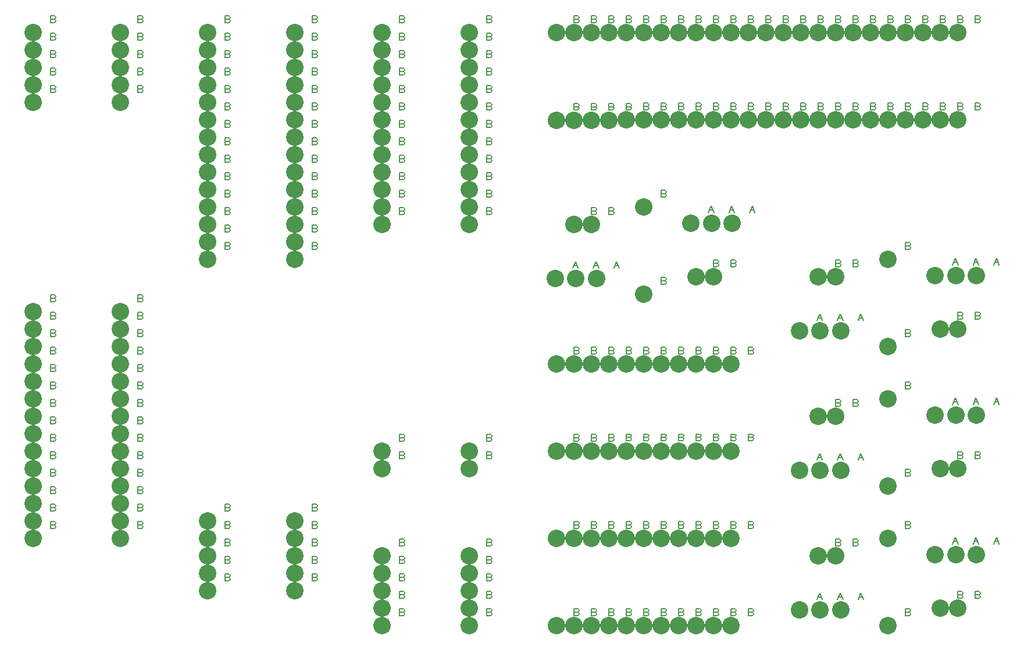
<source format=gbr>
G04 DesignSpark PCB Gerber Version 12.0 Build 5941*
G04 #@! TF.Part,Single*
G04 #@! TF.FileFunction,Drillmap*
G04 #@! TF.FilePolarity,Positive*
%FSLAX35Y35*%
%MOIN*%
%ADD17C,0.00500*%
G04 #@! TA.AperFunction,WasherPad*
%ADD16C,0.10000*%
G04 #@! TD.AperFunction*
X0Y0D02*
D02*
D16*
X20250Y70250D03*
Y80250D03*
Y90250D03*
Y100250D03*
Y110250D03*
Y120250D03*
Y130250D03*
Y140250D03*
Y150250D03*
Y160250D03*
Y170250D03*
Y180250D03*
Y190250D03*
Y200250D03*
Y320250D03*
Y330250D03*
Y340250D03*
Y350250D03*
Y360250D03*
X70250Y70250D03*
Y80250D03*
Y90250D03*
Y100250D03*
Y110250D03*
Y120250D03*
Y130250D03*
Y140250D03*
Y150250D03*
Y160250D03*
Y170250D03*
Y180250D03*
Y190250D03*
Y200250D03*
Y320250D03*
Y330250D03*
Y340250D03*
Y350250D03*
Y360250D03*
X120250Y40250D03*
Y50250D03*
Y60250D03*
Y70250D03*
Y80250D03*
Y230250D03*
Y240250D03*
Y250250D03*
Y260250D03*
Y270250D03*
Y280250D03*
Y290250D03*
Y300250D03*
Y310250D03*
Y320250D03*
Y330250D03*
Y340250D03*
Y350250D03*
Y360250D03*
X170250Y40250D03*
Y50250D03*
Y60250D03*
Y70250D03*
Y80250D03*
Y230250D03*
Y240250D03*
Y250250D03*
Y260250D03*
Y270250D03*
Y280250D03*
Y290250D03*
Y300250D03*
Y310250D03*
Y320250D03*
Y330250D03*
Y340250D03*
Y350250D03*
Y360250D03*
X220250Y20250D03*
Y30250D03*
Y40250D03*
Y50250D03*
Y60250D03*
Y110250D03*
Y120250D03*
Y250250D03*
Y260250D03*
Y270250D03*
Y280250D03*
Y290250D03*
Y300250D03*
Y310250D03*
Y320250D03*
Y330250D03*
Y340250D03*
Y350250D03*
Y360250D03*
X270250Y20250D03*
Y30250D03*
Y40250D03*
Y50250D03*
Y60250D03*
Y110250D03*
Y120250D03*
Y250250D03*
Y260250D03*
Y270250D03*
Y280250D03*
Y290250D03*
Y300250D03*
Y310250D03*
Y320250D03*
Y330250D03*
Y340250D03*
Y350250D03*
Y360250D03*
X319541Y219305D03*
X320250Y20250D03*
Y70250D03*
Y120250D03*
Y170250D03*
Y310015D03*
Y360250D03*
X330250Y20250D03*
Y70250D03*
Y120250D03*
Y170250D03*
Y250250D03*
Y310015D03*
Y360250D03*
X331352Y219305D03*
X340250Y20250D03*
Y70250D03*
Y120250D03*
Y170250D03*
Y250250D03*
Y310015D03*
Y360250D03*
X343163Y219305D03*
X350250Y20250D03*
Y70250D03*
Y120485D03*
Y170250D03*
Y310015D03*
Y360250D03*
X360250Y20250D03*
Y70250D03*
Y120485D03*
Y170250D03*
Y310250D03*
Y360250D03*
X370250Y20250D03*
Y70250D03*
Y120485D03*
Y170250D03*
Y210250D03*
Y260250D03*
Y310250D03*
Y360250D03*
X380250Y20250D03*
Y70250D03*
Y120485D03*
Y170250D03*
Y310250D03*
Y360250D03*
X390250Y20250D03*
Y70250D03*
Y120485D03*
Y170250D03*
Y310250D03*
Y360250D03*
X397337Y251195D03*
X400250Y20250D03*
Y70250D03*
Y120485D03*
Y170250D03*
Y220250D03*
Y310250D03*
Y360250D03*
X409148Y251195D03*
X410250Y20250D03*
Y70250D03*
Y120485D03*
Y170250D03*
Y220250D03*
Y310250D03*
Y360250D03*
X420250Y20250D03*
Y70250D03*
Y120485D03*
Y170250D03*
Y310250D03*
Y360250D03*
X420959Y251195D03*
X430250Y310250D03*
Y360250D03*
X440250Y310250D03*
Y360250D03*
X450250Y310250D03*
Y360250D03*
X459541Y29305D03*
Y109305D03*
Y189305D03*
X460250Y310250D03*
Y360250D03*
X470250Y60250D03*
Y140250D03*
Y220250D03*
Y310250D03*
Y360250D03*
X471352Y29305D03*
Y109305D03*
Y189305D03*
X480250Y60250D03*
Y140250D03*
Y220250D03*
Y310250D03*
Y360250D03*
X483163Y29305D03*
Y109305D03*
Y189305D03*
X490250Y310250D03*
Y360250D03*
X500250Y310250D03*
Y360250D03*
X510250Y20250D03*
Y70250D03*
Y100250D03*
Y150250D03*
Y180250D03*
Y230250D03*
Y310250D03*
Y360250D03*
X520250Y310250D03*
Y360250D03*
X530250Y310250D03*
Y360250D03*
X537337Y61195D03*
Y141195D03*
Y221195D03*
X540250Y30250D03*
Y110250D03*
Y190250D03*
Y310250D03*
Y360250D03*
X549148Y61195D03*
Y141195D03*
Y221195D03*
X550250Y30250D03*
Y110250D03*
Y190250D03*
Y310250D03*
Y360250D03*
X560959Y61195D03*
Y141195D03*
Y221195D03*
D02*
D17*
X32437Y78063D02*
X33063Y77750D01*
X33375Y77125D01*
X33063Y76500D01*
X32437Y76187D01*
X30250D01*
Y79937D01*
X32437D01*
X33063Y79625D01*
X33375Y79000D01*
X33063Y78375D01*
X32437Y78063D01*
X30250D01*
X32437Y88063D02*
X33063Y87750D01*
X33375Y87125D01*
X33063Y86500D01*
X32437Y86187D01*
X30250D01*
Y89937D01*
X32437D01*
X33063Y89625D01*
X33375Y89000D01*
X33063Y88375D01*
X32437Y88063D01*
X30250D01*
X32437Y98063D02*
X33063Y97750D01*
X33375Y97125D01*
X33063Y96500D01*
X32437Y96187D01*
X30250D01*
Y99937D01*
X32437D01*
X33063Y99625D01*
X33375Y99000D01*
X33063Y98375D01*
X32437Y98063D01*
X30250D01*
X32437Y108063D02*
X33063Y107750D01*
X33375Y107125D01*
X33063Y106500D01*
X32437Y106187D01*
X30250D01*
Y109937D01*
X32437D01*
X33063Y109625D01*
X33375Y109000D01*
X33063Y108375D01*
X32437Y108063D01*
X30250D01*
X32437Y118063D02*
X33063Y117750D01*
X33375Y117125D01*
X33063Y116500D01*
X32437Y116187D01*
X30250D01*
Y119937D01*
X32437D01*
X33063Y119625D01*
X33375Y119000D01*
X33063Y118375D01*
X32437Y118063D01*
X30250D01*
X32437Y128063D02*
X33063Y127750D01*
X33375Y127125D01*
X33063Y126500D01*
X32437Y126187D01*
X30250D01*
Y129937D01*
X32437D01*
X33063Y129625D01*
X33375Y129000D01*
X33063Y128375D01*
X32437Y128063D01*
X30250D01*
X32437Y138063D02*
X33063Y137750D01*
X33375Y137125D01*
X33063Y136500D01*
X32437Y136187D01*
X30250D01*
Y139937D01*
X32437D01*
X33063Y139625D01*
X33375Y139000D01*
X33063Y138375D01*
X32437Y138063D01*
X30250D01*
X32437Y148063D02*
X33063Y147750D01*
X33375Y147125D01*
X33063Y146500D01*
X32437Y146187D01*
X30250D01*
Y149937D01*
X32437D01*
X33063Y149625D01*
X33375Y149000D01*
X33063Y148375D01*
X32437Y148063D01*
X30250D01*
X32437Y158063D02*
X33063Y157750D01*
X33375Y157125D01*
X33063Y156500D01*
X32437Y156187D01*
X30250D01*
Y159937D01*
X32437D01*
X33063Y159625D01*
X33375Y159000D01*
X33063Y158375D01*
X32437Y158063D01*
X30250D01*
X32437Y168063D02*
X33063Y167750D01*
X33375Y167125D01*
X33063Y166500D01*
X32437Y166187D01*
X30250D01*
Y169937D01*
X32437D01*
X33063Y169625D01*
X33375Y169000D01*
X33063Y168375D01*
X32437Y168063D01*
X30250D01*
X32437Y178063D02*
X33063Y177750D01*
X33375Y177125D01*
X33063Y176500D01*
X32437Y176187D01*
X30250D01*
Y179937D01*
X32437D01*
X33063Y179625D01*
X33375Y179000D01*
X33063Y178375D01*
X32437Y178063D01*
X30250D01*
X32437Y188063D02*
X33063Y187750D01*
X33375Y187125D01*
X33063Y186500D01*
X32437Y186187D01*
X30250D01*
Y189937D01*
X32437D01*
X33063Y189625D01*
X33375Y189000D01*
X33063Y188375D01*
X32437Y188063D01*
X30250D01*
X32437Y198063D02*
X33063Y197750D01*
X33375Y197125D01*
X33063Y196500D01*
X32437Y196187D01*
X30250D01*
Y199937D01*
X32437D01*
X33063Y199625D01*
X33375Y199000D01*
X33063Y198375D01*
X32437Y198063D01*
X30250D01*
X32437Y208063D02*
X33063Y207750D01*
X33375Y207125D01*
X33063Y206500D01*
X32437Y206187D01*
X30250D01*
Y209937D01*
X32437D01*
X33063Y209625D01*
X33375Y209000D01*
X33063Y208375D01*
X32437Y208063D01*
X30250D01*
X32437Y328063D02*
X33063Y327750D01*
X33375Y327125D01*
X33063Y326500D01*
X32437Y326187D01*
X30250D01*
Y329937D01*
X32437D01*
X33063Y329625D01*
X33375Y329000D01*
X33063Y328375D01*
X32437Y328063D01*
X30250D01*
X32437Y338063D02*
X33063Y337750D01*
X33375Y337125D01*
X33063Y336500D01*
X32437Y336187D01*
X30250D01*
Y339937D01*
X32437D01*
X33063Y339625D01*
X33375Y339000D01*
X33063Y338375D01*
X32437Y338063D01*
X30250D01*
X32437Y348063D02*
X33063Y347750D01*
X33375Y347125D01*
X33063Y346500D01*
X32437Y346187D01*
X30250D01*
Y349937D01*
X32437D01*
X33063Y349625D01*
X33375Y349000D01*
X33063Y348375D01*
X32437Y348063D01*
X30250D01*
X32437Y358063D02*
X33063Y357750D01*
X33375Y357125D01*
X33063Y356500D01*
X32437Y356187D01*
X30250D01*
Y359937D01*
X32437D01*
X33063Y359625D01*
X33375Y359000D01*
X33063Y358375D01*
X32437Y358063D01*
X30250D01*
X32437Y368063D02*
X33063Y367750D01*
X33375Y367125D01*
X33063Y366500D01*
X32437Y366187D01*
X30250D01*
Y369937D01*
X32437D01*
X33063Y369625D01*
X33375Y369000D01*
X33063Y368375D01*
X32437Y368063D01*
X30250D01*
X82437Y78063D02*
X83063Y77750D01*
X83375Y77125D01*
X83063Y76500D01*
X82437Y76187D01*
X80250D01*
Y79937D01*
X82437D01*
X83063Y79625D01*
X83375Y79000D01*
X83063Y78375D01*
X82437Y78063D01*
X80250D01*
X82437Y88063D02*
X83063Y87750D01*
X83375Y87125D01*
X83063Y86500D01*
X82437Y86187D01*
X80250D01*
Y89937D01*
X82437D01*
X83063Y89625D01*
X83375Y89000D01*
X83063Y88375D01*
X82437Y88063D01*
X80250D01*
X82437Y98063D02*
X83063Y97750D01*
X83375Y97125D01*
X83063Y96500D01*
X82437Y96187D01*
X80250D01*
Y99937D01*
X82437D01*
X83063Y99625D01*
X83375Y99000D01*
X83063Y98375D01*
X82437Y98063D01*
X80250D01*
X82437Y108063D02*
X83063Y107750D01*
X83375Y107125D01*
X83063Y106500D01*
X82437Y106187D01*
X80250D01*
Y109937D01*
X82437D01*
X83063Y109625D01*
X83375Y109000D01*
X83063Y108375D01*
X82437Y108063D01*
X80250D01*
X82437Y118063D02*
X83063Y117750D01*
X83375Y117125D01*
X83063Y116500D01*
X82437Y116187D01*
X80250D01*
Y119937D01*
X82437D01*
X83063Y119625D01*
X83375Y119000D01*
X83063Y118375D01*
X82437Y118063D01*
X80250D01*
X82437Y128063D02*
X83063Y127750D01*
X83375Y127125D01*
X83063Y126500D01*
X82437Y126187D01*
X80250D01*
Y129937D01*
X82437D01*
X83063Y129625D01*
X83375Y129000D01*
X83063Y128375D01*
X82437Y128063D01*
X80250D01*
X82437Y138063D02*
X83063Y137750D01*
X83375Y137125D01*
X83063Y136500D01*
X82437Y136187D01*
X80250D01*
Y139937D01*
X82437D01*
X83063Y139625D01*
X83375Y139000D01*
X83063Y138375D01*
X82437Y138063D01*
X80250D01*
X82437Y148063D02*
X83063Y147750D01*
X83375Y147125D01*
X83063Y146500D01*
X82437Y146187D01*
X80250D01*
Y149937D01*
X82437D01*
X83063Y149625D01*
X83375Y149000D01*
X83063Y148375D01*
X82437Y148063D01*
X80250D01*
X82437Y158063D02*
X83063Y157750D01*
X83375Y157125D01*
X83063Y156500D01*
X82437Y156187D01*
X80250D01*
Y159937D01*
X82437D01*
X83063Y159625D01*
X83375Y159000D01*
X83063Y158375D01*
X82437Y158063D01*
X80250D01*
X82437Y168063D02*
X83063Y167750D01*
X83375Y167125D01*
X83063Y166500D01*
X82437Y166187D01*
X80250D01*
Y169937D01*
X82437D01*
X83063Y169625D01*
X83375Y169000D01*
X83063Y168375D01*
X82437Y168063D01*
X80250D01*
X82437Y178063D02*
X83063Y177750D01*
X83375Y177125D01*
X83063Y176500D01*
X82437Y176187D01*
X80250D01*
Y179937D01*
X82437D01*
X83063Y179625D01*
X83375Y179000D01*
X83063Y178375D01*
X82437Y178063D01*
X80250D01*
X82437Y188063D02*
X83063Y187750D01*
X83375Y187125D01*
X83063Y186500D01*
X82437Y186187D01*
X80250D01*
Y189937D01*
X82437D01*
X83063Y189625D01*
X83375Y189000D01*
X83063Y188375D01*
X82437Y188063D01*
X80250D01*
X82437Y198063D02*
X83063Y197750D01*
X83375Y197125D01*
X83063Y196500D01*
X82437Y196187D01*
X80250D01*
Y199937D01*
X82437D01*
X83063Y199625D01*
X83375Y199000D01*
X83063Y198375D01*
X82437Y198063D01*
X80250D01*
X82437Y208063D02*
X83063Y207750D01*
X83375Y207125D01*
X83063Y206500D01*
X82437Y206187D01*
X80250D01*
Y209937D01*
X82437D01*
X83063Y209625D01*
X83375Y209000D01*
X83063Y208375D01*
X82437Y208063D01*
X80250D01*
X82437Y328063D02*
X83063Y327750D01*
X83375Y327125D01*
X83063Y326500D01*
X82437Y326187D01*
X80250D01*
Y329937D01*
X82437D01*
X83063Y329625D01*
X83375Y329000D01*
X83063Y328375D01*
X82437Y328063D01*
X80250D01*
X82437Y338063D02*
X83063Y337750D01*
X83375Y337125D01*
X83063Y336500D01*
X82437Y336187D01*
X80250D01*
Y339937D01*
X82437D01*
X83063Y339625D01*
X83375Y339000D01*
X83063Y338375D01*
X82437Y338063D01*
X80250D01*
X82437Y348063D02*
X83063Y347750D01*
X83375Y347125D01*
X83063Y346500D01*
X82437Y346187D01*
X80250D01*
Y349937D01*
X82437D01*
X83063Y349625D01*
X83375Y349000D01*
X83063Y348375D01*
X82437Y348063D01*
X80250D01*
X82437Y358063D02*
X83063Y357750D01*
X83375Y357125D01*
X83063Y356500D01*
X82437Y356187D01*
X80250D01*
Y359937D01*
X82437D01*
X83063Y359625D01*
X83375Y359000D01*
X83063Y358375D01*
X82437Y358063D01*
X80250D01*
X82437Y368063D02*
X83063Y367750D01*
X83375Y367125D01*
X83063Y366500D01*
X82437Y366187D01*
X80250D01*
Y369937D01*
X82437D01*
X83063Y369625D01*
X83375Y369000D01*
X83063Y368375D01*
X82437Y368063D01*
X80250D01*
X132437Y48063D02*
X133063Y47750D01*
X133375Y47125D01*
X133063Y46500D01*
X132437Y46187D01*
X130250D01*
Y49937D01*
X132437D01*
X133063Y49625D01*
X133375Y49000D01*
X133063Y48375D01*
X132437Y48063D01*
X130250D01*
X132437Y58063D02*
X133063Y57750D01*
X133375Y57125D01*
X133063Y56500D01*
X132437Y56187D01*
X130250D01*
Y59937D01*
X132437D01*
X133063Y59625D01*
X133375Y59000D01*
X133063Y58375D01*
X132437Y58063D01*
X130250D01*
X132437Y68063D02*
X133063Y67750D01*
X133375Y67125D01*
X133063Y66500D01*
X132437Y66187D01*
X130250D01*
Y69937D01*
X132437D01*
X133063Y69625D01*
X133375Y69000D01*
X133063Y68375D01*
X132437Y68063D01*
X130250D01*
X132437Y78063D02*
X133063Y77750D01*
X133375Y77125D01*
X133063Y76500D01*
X132437Y76187D01*
X130250D01*
Y79937D01*
X132437D01*
X133063Y79625D01*
X133375Y79000D01*
X133063Y78375D01*
X132437Y78063D01*
X130250D01*
X132437Y88063D02*
X133063Y87750D01*
X133375Y87125D01*
X133063Y86500D01*
X132437Y86187D01*
X130250D01*
Y89937D01*
X132437D01*
X133063Y89625D01*
X133375Y89000D01*
X133063Y88375D01*
X132437Y88063D01*
X130250D01*
X132437Y238063D02*
X133063Y237750D01*
X133375Y237125D01*
X133063Y236500D01*
X132437Y236187D01*
X130250D01*
Y239937D01*
X132437D01*
X133063Y239625D01*
X133375Y239000D01*
X133063Y238375D01*
X132437Y238063D01*
X130250D01*
X132437Y248063D02*
X133063Y247750D01*
X133375Y247125D01*
X133063Y246500D01*
X132437Y246187D01*
X130250D01*
Y249937D01*
X132437D01*
X133063Y249625D01*
X133375Y249000D01*
X133063Y248375D01*
X132437Y248063D01*
X130250D01*
X132437Y258063D02*
X133063Y257750D01*
X133375Y257125D01*
X133063Y256500D01*
X132437Y256187D01*
X130250D01*
Y259937D01*
X132437D01*
X133063Y259625D01*
X133375Y259000D01*
X133063Y258375D01*
X132437Y258063D01*
X130250D01*
X132437Y268063D02*
X133063Y267750D01*
X133375Y267125D01*
X133063Y266500D01*
X132437Y266187D01*
X130250D01*
Y269937D01*
X132437D01*
X133063Y269625D01*
X133375Y269000D01*
X133063Y268375D01*
X132437Y268063D01*
X130250D01*
X132437Y278063D02*
X133063Y277750D01*
X133375Y277125D01*
X133063Y276500D01*
X132437Y276187D01*
X130250D01*
Y279937D01*
X132437D01*
X133063Y279625D01*
X133375Y279000D01*
X133063Y278375D01*
X132437Y278063D01*
X130250D01*
X132437Y288063D02*
X133063Y287750D01*
X133375Y287125D01*
X133063Y286500D01*
X132437Y286187D01*
X130250D01*
Y289937D01*
X132437D01*
X133063Y289625D01*
X133375Y289000D01*
X133063Y288375D01*
X132437Y288063D01*
X130250D01*
X132437Y298063D02*
X133063Y297750D01*
X133375Y297125D01*
X133063Y296500D01*
X132437Y296187D01*
X130250D01*
Y299937D01*
X132437D01*
X133063Y299625D01*
X133375Y299000D01*
X133063Y298375D01*
X132437Y298063D01*
X130250D01*
X132437Y308063D02*
X133063Y307750D01*
X133375Y307125D01*
X133063Y306500D01*
X132437Y306187D01*
X130250D01*
Y309937D01*
X132437D01*
X133063Y309625D01*
X133375Y309000D01*
X133063Y308375D01*
X132437Y308063D01*
X130250D01*
X132437Y318063D02*
X133063Y317750D01*
X133375Y317125D01*
X133063Y316500D01*
X132437Y316187D01*
X130250D01*
Y319937D01*
X132437D01*
X133063Y319625D01*
X133375Y319000D01*
X133063Y318375D01*
X132437Y318063D01*
X130250D01*
X132437Y328063D02*
X133063Y327750D01*
X133375Y327125D01*
X133063Y326500D01*
X132437Y326187D01*
X130250D01*
Y329937D01*
X132437D01*
X133063Y329625D01*
X133375Y329000D01*
X133063Y328375D01*
X132437Y328063D01*
X130250D01*
X132437Y338063D02*
X133063Y337750D01*
X133375Y337125D01*
X133063Y336500D01*
X132437Y336187D01*
X130250D01*
Y339937D01*
X132437D01*
X133063Y339625D01*
X133375Y339000D01*
X133063Y338375D01*
X132437Y338063D01*
X130250D01*
X132437Y348063D02*
X133063Y347750D01*
X133375Y347125D01*
X133063Y346500D01*
X132437Y346187D01*
X130250D01*
Y349937D01*
X132437D01*
X133063Y349625D01*
X133375Y349000D01*
X133063Y348375D01*
X132437Y348063D01*
X130250D01*
X132437Y358063D02*
X133063Y357750D01*
X133375Y357125D01*
X133063Y356500D01*
X132437Y356187D01*
X130250D01*
Y359937D01*
X132437D01*
X133063Y359625D01*
X133375Y359000D01*
X133063Y358375D01*
X132437Y358063D01*
X130250D01*
X132437Y368063D02*
X133063Y367750D01*
X133375Y367125D01*
X133063Y366500D01*
X132437Y366187D01*
X130250D01*
Y369937D01*
X132437D01*
X133063Y369625D01*
X133375Y369000D01*
X133063Y368375D01*
X132437Y368063D01*
X130250D01*
X182437Y48063D02*
X183063Y47750D01*
X183375Y47125D01*
X183063Y46500D01*
X182437Y46187D01*
X180250D01*
Y49937D01*
X182437D01*
X183063Y49625D01*
X183375Y49000D01*
X183063Y48375D01*
X182437Y48063D01*
X180250D01*
X182437Y58063D02*
X183063Y57750D01*
X183375Y57125D01*
X183063Y56500D01*
X182437Y56187D01*
X180250D01*
Y59937D01*
X182437D01*
X183063Y59625D01*
X183375Y59000D01*
X183063Y58375D01*
X182437Y58063D01*
X180250D01*
X182437Y68063D02*
X183063Y67750D01*
X183375Y67125D01*
X183063Y66500D01*
X182437Y66187D01*
X180250D01*
Y69937D01*
X182437D01*
X183063Y69625D01*
X183375Y69000D01*
X183063Y68375D01*
X182437Y68063D01*
X180250D01*
X182437Y78063D02*
X183063Y77750D01*
X183375Y77125D01*
X183063Y76500D01*
X182437Y76187D01*
X180250D01*
Y79937D01*
X182437D01*
X183063Y79625D01*
X183375Y79000D01*
X183063Y78375D01*
X182437Y78063D01*
X180250D01*
X182437Y88063D02*
X183063Y87750D01*
X183375Y87125D01*
X183063Y86500D01*
X182437Y86187D01*
X180250D01*
Y89937D01*
X182437D01*
X183063Y89625D01*
X183375Y89000D01*
X183063Y88375D01*
X182437Y88063D01*
X180250D01*
X182437Y238063D02*
X183063Y237750D01*
X183375Y237125D01*
X183063Y236500D01*
X182437Y236187D01*
X180250D01*
Y239937D01*
X182437D01*
X183063Y239625D01*
X183375Y239000D01*
X183063Y238375D01*
X182437Y238063D01*
X180250D01*
X182437Y248063D02*
X183063Y247750D01*
X183375Y247125D01*
X183063Y246500D01*
X182437Y246187D01*
X180250D01*
Y249937D01*
X182437D01*
X183063Y249625D01*
X183375Y249000D01*
X183063Y248375D01*
X182437Y248063D01*
X180250D01*
X182437Y258063D02*
X183063Y257750D01*
X183375Y257125D01*
X183063Y256500D01*
X182437Y256187D01*
X180250D01*
Y259937D01*
X182437D01*
X183063Y259625D01*
X183375Y259000D01*
X183063Y258375D01*
X182437Y258063D01*
X180250D01*
X182437Y268063D02*
X183063Y267750D01*
X183375Y267125D01*
X183063Y266500D01*
X182437Y266187D01*
X180250D01*
Y269937D01*
X182437D01*
X183063Y269625D01*
X183375Y269000D01*
X183063Y268375D01*
X182437Y268063D01*
X180250D01*
X182437Y278063D02*
X183063Y277750D01*
X183375Y277125D01*
X183063Y276500D01*
X182437Y276187D01*
X180250D01*
Y279937D01*
X182437D01*
X183063Y279625D01*
X183375Y279000D01*
X183063Y278375D01*
X182437Y278063D01*
X180250D01*
X182437Y288063D02*
X183063Y287750D01*
X183375Y287125D01*
X183063Y286500D01*
X182437Y286187D01*
X180250D01*
Y289937D01*
X182437D01*
X183063Y289625D01*
X183375Y289000D01*
X183063Y288375D01*
X182437Y288063D01*
X180250D01*
X182437Y298063D02*
X183063Y297750D01*
X183375Y297125D01*
X183063Y296500D01*
X182437Y296187D01*
X180250D01*
Y299937D01*
X182437D01*
X183063Y299625D01*
X183375Y299000D01*
X183063Y298375D01*
X182437Y298063D01*
X180250D01*
X182437Y308063D02*
X183063Y307750D01*
X183375Y307125D01*
X183063Y306500D01*
X182437Y306187D01*
X180250D01*
Y309937D01*
X182437D01*
X183063Y309625D01*
X183375Y309000D01*
X183063Y308375D01*
X182437Y308063D01*
X180250D01*
X182437Y318063D02*
X183063Y317750D01*
X183375Y317125D01*
X183063Y316500D01*
X182437Y316187D01*
X180250D01*
Y319937D01*
X182437D01*
X183063Y319625D01*
X183375Y319000D01*
X183063Y318375D01*
X182437Y318063D01*
X180250D01*
X182437Y328063D02*
X183063Y327750D01*
X183375Y327125D01*
X183063Y326500D01*
X182437Y326187D01*
X180250D01*
Y329937D01*
X182437D01*
X183063Y329625D01*
X183375Y329000D01*
X183063Y328375D01*
X182437Y328063D01*
X180250D01*
X182437Y338063D02*
X183063Y337750D01*
X183375Y337125D01*
X183063Y336500D01*
X182437Y336187D01*
X180250D01*
Y339937D01*
X182437D01*
X183063Y339625D01*
X183375Y339000D01*
X183063Y338375D01*
X182437Y338063D01*
X180250D01*
X182437Y348063D02*
X183063Y347750D01*
X183375Y347125D01*
X183063Y346500D01*
X182437Y346187D01*
X180250D01*
Y349937D01*
X182437D01*
X183063Y349625D01*
X183375Y349000D01*
X183063Y348375D01*
X182437Y348063D01*
X180250D01*
X182437Y358063D02*
X183063Y357750D01*
X183375Y357125D01*
X183063Y356500D01*
X182437Y356187D01*
X180250D01*
Y359937D01*
X182437D01*
X183063Y359625D01*
X183375Y359000D01*
X183063Y358375D01*
X182437Y358063D01*
X180250D01*
X182437Y368063D02*
X183063Y367750D01*
X183375Y367125D01*
X183063Y366500D01*
X182437Y366187D01*
X180250D01*
Y369937D01*
X182437D01*
X183063Y369625D01*
X183375Y369000D01*
X183063Y368375D01*
X182437Y368063D01*
X180250D01*
X232437Y28063D02*
X233063Y27750D01*
X233375Y27125D01*
X233063Y26500D01*
X232437Y26187D01*
X230250D01*
Y29937D01*
X232437D01*
X233063Y29625D01*
X233375Y29000D01*
X233063Y28375D01*
X232437Y28063D01*
X230250D01*
X232437Y38063D02*
X233063Y37750D01*
X233375Y37125D01*
X233063Y36500D01*
X232437Y36187D01*
X230250D01*
Y39937D01*
X232437D01*
X233063Y39625D01*
X233375Y39000D01*
X233063Y38375D01*
X232437Y38063D01*
X230250D01*
X232437Y48063D02*
X233063Y47750D01*
X233375Y47125D01*
X233063Y46500D01*
X232437Y46187D01*
X230250D01*
Y49937D01*
X232437D01*
X233063Y49625D01*
X233375Y49000D01*
X233063Y48375D01*
X232437Y48063D01*
X230250D01*
X232437Y58063D02*
X233063Y57750D01*
X233375Y57125D01*
X233063Y56500D01*
X232437Y56187D01*
X230250D01*
Y59937D01*
X232437D01*
X233063Y59625D01*
X233375Y59000D01*
X233063Y58375D01*
X232437Y58063D01*
X230250D01*
X232437Y68063D02*
X233063Y67750D01*
X233375Y67125D01*
X233063Y66500D01*
X232437Y66187D01*
X230250D01*
Y69937D01*
X232437D01*
X233063Y69625D01*
X233375Y69000D01*
X233063Y68375D01*
X232437Y68063D01*
X230250D01*
X232437Y118063D02*
X233063Y117750D01*
X233375Y117125D01*
X233063Y116500D01*
X232437Y116187D01*
X230250D01*
Y119937D01*
X232437D01*
X233063Y119625D01*
X233375Y119000D01*
X233063Y118375D01*
X232437Y118063D01*
X230250D01*
X232437Y128063D02*
X233063Y127750D01*
X233375Y127125D01*
X233063Y126500D01*
X232437Y126187D01*
X230250D01*
Y129937D01*
X232437D01*
X233063Y129625D01*
X233375Y129000D01*
X233063Y128375D01*
X232437Y128063D01*
X230250D01*
X232437Y258063D02*
X233063Y257750D01*
X233375Y257125D01*
X233063Y256500D01*
X232437Y256187D01*
X230250D01*
Y259937D01*
X232437D01*
X233063Y259625D01*
X233375Y259000D01*
X233063Y258375D01*
X232437Y258063D01*
X230250D01*
X232437Y268063D02*
X233063Y267750D01*
X233375Y267125D01*
X233063Y266500D01*
X232437Y266187D01*
X230250D01*
Y269937D01*
X232437D01*
X233063Y269625D01*
X233375Y269000D01*
X233063Y268375D01*
X232437Y268063D01*
X230250D01*
X232437Y278063D02*
X233063Y277750D01*
X233375Y277125D01*
X233063Y276500D01*
X232437Y276187D01*
X230250D01*
Y279937D01*
X232437D01*
X233063Y279625D01*
X233375Y279000D01*
X233063Y278375D01*
X232437Y278063D01*
X230250D01*
X232437Y288063D02*
X233063Y287750D01*
X233375Y287125D01*
X233063Y286500D01*
X232437Y286187D01*
X230250D01*
Y289937D01*
X232437D01*
X233063Y289625D01*
X233375Y289000D01*
X233063Y288375D01*
X232437Y288063D01*
X230250D01*
X232437Y298063D02*
X233063Y297750D01*
X233375Y297125D01*
X233063Y296500D01*
X232437Y296187D01*
X230250D01*
Y299937D01*
X232437D01*
X233063Y299625D01*
X233375Y299000D01*
X233063Y298375D01*
X232437Y298063D01*
X230250D01*
X232437Y308063D02*
X233063Y307750D01*
X233375Y307125D01*
X233063Y306500D01*
X232437Y306187D01*
X230250D01*
Y309937D01*
X232437D01*
X233063Y309625D01*
X233375Y309000D01*
X233063Y308375D01*
X232437Y308063D01*
X230250D01*
X232437Y318063D02*
X233063Y317750D01*
X233375Y317125D01*
X233063Y316500D01*
X232437Y316187D01*
X230250D01*
Y319937D01*
X232437D01*
X233063Y319625D01*
X233375Y319000D01*
X233063Y318375D01*
X232437Y318063D01*
X230250D01*
X232437Y328063D02*
X233063Y327750D01*
X233375Y327125D01*
X233063Y326500D01*
X232437Y326187D01*
X230250D01*
Y329937D01*
X232437D01*
X233063Y329625D01*
X233375Y329000D01*
X233063Y328375D01*
X232437Y328063D01*
X230250D01*
X232437Y338063D02*
X233063Y337750D01*
X233375Y337125D01*
X233063Y336500D01*
X232437Y336187D01*
X230250D01*
Y339937D01*
X232437D01*
X233063Y339625D01*
X233375Y339000D01*
X233063Y338375D01*
X232437Y338063D01*
X230250D01*
X232437Y348063D02*
X233063Y347750D01*
X233375Y347125D01*
X233063Y346500D01*
X232437Y346187D01*
X230250D01*
Y349937D01*
X232437D01*
X233063Y349625D01*
X233375Y349000D01*
X233063Y348375D01*
X232437Y348063D01*
X230250D01*
X232437Y358063D02*
X233063Y357750D01*
X233375Y357125D01*
X233063Y356500D01*
X232437Y356187D01*
X230250D01*
Y359937D01*
X232437D01*
X233063Y359625D01*
X233375Y359000D01*
X233063Y358375D01*
X232437Y358063D01*
X230250D01*
X232437Y368063D02*
X233063Y367750D01*
X233375Y367125D01*
X233063Y366500D01*
X232437Y366187D01*
X230250D01*
Y369937D01*
X232437D01*
X233063Y369625D01*
X233375Y369000D01*
X233063Y368375D01*
X232437Y368063D01*
X230250D01*
X282437Y28063D02*
X283063Y27750D01*
X283375Y27125D01*
X283063Y26500D01*
X282437Y26187D01*
X280250D01*
Y29937D01*
X282437D01*
X283063Y29625D01*
X283375Y29000D01*
X283063Y28375D01*
X282437Y28063D01*
X280250D01*
X282437Y38063D02*
X283063Y37750D01*
X283375Y37125D01*
X283063Y36500D01*
X282437Y36187D01*
X280250D01*
Y39937D01*
X282437D01*
X283063Y39625D01*
X283375Y39000D01*
X283063Y38375D01*
X282437Y38063D01*
X280250D01*
X282437Y48063D02*
X283063Y47750D01*
X283375Y47125D01*
X283063Y46500D01*
X282437Y46187D01*
X280250D01*
Y49937D01*
X282437D01*
X283063Y49625D01*
X283375Y49000D01*
X283063Y48375D01*
X282437Y48063D01*
X280250D01*
X282437Y58063D02*
X283063Y57750D01*
X283375Y57125D01*
X283063Y56500D01*
X282437Y56187D01*
X280250D01*
Y59937D01*
X282437D01*
X283063Y59625D01*
X283375Y59000D01*
X283063Y58375D01*
X282437Y58063D01*
X280250D01*
X282437Y68063D02*
X283063Y67750D01*
X283375Y67125D01*
X283063Y66500D01*
X282437Y66187D01*
X280250D01*
Y69937D01*
X282437D01*
X283063Y69625D01*
X283375Y69000D01*
X283063Y68375D01*
X282437Y68063D01*
X280250D01*
X282437Y118063D02*
X283063Y117750D01*
X283375Y117125D01*
X283063Y116500D01*
X282437Y116187D01*
X280250D01*
Y119937D01*
X282437D01*
X283063Y119625D01*
X283375Y119000D01*
X283063Y118375D01*
X282437Y118063D01*
X280250D01*
X282437Y128063D02*
X283063Y127750D01*
X283375Y127125D01*
X283063Y126500D01*
X282437Y126187D01*
X280250D01*
Y129937D01*
X282437D01*
X283063Y129625D01*
X283375Y129000D01*
X283063Y128375D01*
X282437Y128063D01*
X280250D01*
X282437Y258063D02*
X283063Y257750D01*
X283375Y257125D01*
X283063Y256500D01*
X282437Y256187D01*
X280250D01*
Y259937D01*
X282437D01*
X283063Y259625D01*
X283375Y259000D01*
X283063Y258375D01*
X282437Y258063D01*
X280250D01*
X282437Y268063D02*
X283063Y267750D01*
X283375Y267125D01*
X283063Y266500D01*
X282437Y266187D01*
X280250D01*
Y269937D01*
X282437D01*
X283063Y269625D01*
X283375Y269000D01*
X283063Y268375D01*
X282437Y268063D01*
X280250D01*
X282437Y278063D02*
X283063Y277750D01*
X283375Y277125D01*
X283063Y276500D01*
X282437Y276187D01*
X280250D01*
Y279937D01*
X282437D01*
X283063Y279625D01*
X283375Y279000D01*
X283063Y278375D01*
X282437Y278063D01*
X280250D01*
X282437Y288063D02*
X283063Y287750D01*
X283375Y287125D01*
X283063Y286500D01*
X282437Y286187D01*
X280250D01*
Y289937D01*
X282437D01*
X283063Y289625D01*
X283375Y289000D01*
X283063Y288375D01*
X282437Y288063D01*
X280250D01*
X282437Y298063D02*
X283063Y297750D01*
X283375Y297125D01*
X283063Y296500D01*
X282437Y296187D01*
X280250D01*
Y299937D01*
X282437D01*
X283063Y299625D01*
X283375Y299000D01*
X283063Y298375D01*
X282437Y298063D01*
X280250D01*
X282437Y308063D02*
X283063Y307750D01*
X283375Y307125D01*
X283063Y306500D01*
X282437Y306187D01*
X280250D01*
Y309937D01*
X282437D01*
X283063Y309625D01*
X283375Y309000D01*
X283063Y308375D01*
X282437Y308063D01*
X280250D01*
X282437Y318063D02*
X283063Y317750D01*
X283375Y317125D01*
X283063Y316500D01*
X282437Y316187D01*
X280250D01*
Y319937D01*
X282437D01*
X283063Y319625D01*
X283375Y319000D01*
X283063Y318375D01*
X282437Y318063D01*
X280250D01*
X282437Y328063D02*
X283063Y327750D01*
X283375Y327125D01*
X283063Y326500D01*
X282437Y326187D01*
X280250D01*
Y329937D01*
X282437D01*
X283063Y329625D01*
X283375Y329000D01*
X283063Y328375D01*
X282437Y328063D01*
X280250D01*
X282437Y338063D02*
X283063Y337750D01*
X283375Y337125D01*
X283063Y336500D01*
X282437Y336187D01*
X280250D01*
Y339937D01*
X282437D01*
X283063Y339625D01*
X283375Y339000D01*
X283063Y338375D01*
X282437Y338063D01*
X280250D01*
X282437Y348063D02*
X283063Y347750D01*
X283375Y347125D01*
X283063Y346500D01*
X282437Y346187D01*
X280250D01*
Y349937D01*
X282437D01*
X283063Y349625D01*
X283375Y349000D01*
X283063Y348375D01*
X282437Y348063D01*
X280250D01*
X282437Y358063D02*
X283063Y357750D01*
X283375Y357125D01*
X283063Y356500D01*
X282437Y356187D01*
X280250D01*
Y359937D01*
X282437D01*
X283063Y359625D01*
X283375Y359000D01*
X283063Y358375D01*
X282437Y358063D01*
X280250D01*
X282437Y368063D02*
X283063Y367750D01*
X283375Y367125D01*
X283063Y366500D01*
X282437Y366187D01*
X280250D01*
Y369937D01*
X282437D01*
X283063Y369625D01*
X283375Y369000D01*
X283063Y368375D01*
X282437Y368063D01*
X280250D01*
X329541Y225243D02*
X331104Y228993D01*
X332667Y225243D01*
X330167Y226805D02*
X332041D01*
X332437Y28063D02*
X333063Y27750D01*
X333375Y27125D01*
X333063Y26500D01*
X332437Y26187D01*
X330250D01*
Y29937D01*
X332437D01*
X333063Y29625D01*
X333375Y29000D01*
X333063Y28375D01*
X332437Y28063D01*
X330250D01*
X332437Y78063D02*
X333063Y77750D01*
X333375Y77125D01*
X333063Y76500D01*
X332437Y76187D01*
X330250D01*
Y79937D01*
X332437D01*
X333063Y79625D01*
X333375Y79000D01*
X333063Y78375D01*
X332437Y78063D01*
X330250D01*
X332437Y128063D02*
X333063Y127750D01*
X333375Y127125D01*
X333063Y126500D01*
X332437Y126187D01*
X330250D01*
Y129937D01*
X332437D01*
X333063Y129625D01*
X333375Y129000D01*
X333063Y128375D01*
X332437Y128063D01*
X330250D01*
X332437Y178063D02*
X333063Y177750D01*
X333375Y177125D01*
X333063Y176500D01*
X332437Y176187D01*
X330250D01*
Y179937D01*
X332437D01*
X333063Y179625D01*
X333375Y179000D01*
X333063Y178375D01*
X332437Y178063D01*
X330250D01*
X332437Y317828D02*
X333063Y317515D01*
X333375Y316891D01*
X333063Y316265D01*
X332437Y315953D01*
X330250D01*
Y319703D01*
X332437D01*
X333063Y319391D01*
X333375Y318765D01*
X333063Y318141D01*
X332437Y317828D01*
X330250D01*
X332437Y368063D02*
X333063Y367750D01*
X333375Y367125D01*
X333063Y366500D01*
X332437Y366187D01*
X330250D01*
Y369937D01*
X332437D01*
X333063Y369625D01*
X333375Y369000D01*
X333063Y368375D01*
X332437Y368063D01*
X330250D01*
X342437Y28063D02*
X343063Y27750D01*
X343375Y27125D01*
X343063Y26500D01*
X342437Y26187D01*
X340250D01*
Y29937D01*
X342437D01*
X343063Y29625D01*
X343375Y29000D01*
X343063Y28375D01*
X342437Y28063D01*
X340250D01*
X342437Y78063D02*
X343063Y77750D01*
X343375Y77125D01*
X343063Y76500D01*
X342437Y76187D01*
X340250D01*
Y79937D01*
X342437D01*
X343063Y79625D01*
X343375Y79000D01*
X343063Y78375D01*
X342437Y78063D01*
X340250D01*
X342437Y128063D02*
X343063Y127750D01*
X343375Y127125D01*
X343063Y126500D01*
X342437Y126187D01*
X340250D01*
Y129937D01*
X342437D01*
X343063Y129625D01*
X343375Y129000D01*
X343063Y128375D01*
X342437Y128063D01*
X340250D01*
X342437Y178063D02*
X343063Y177750D01*
X343375Y177125D01*
X343063Y176500D01*
X342437Y176187D01*
X340250D01*
Y179937D01*
X342437D01*
X343063Y179625D01*
X343375Y179000D01*
X343063Y178375D01*
X342437Y178063D01*
X340250D01*
X342437Y258063D02*
X343063Y257750D01*
X343375Y257125D01*
X343063Y256500D01*
X342437Y256187D01*
X340250D01*
Y259937D01*
X342437D01*
X343063Y259625D01*
X343375Y259000D01*
X343063Y258375D01*
X342437Y258063D01*
X340250D01*
X342437Y317828D02*
X343063Y317515D01*
X343375Y316891D01*
X343063Y316265D01*
X342437Y315953D01*
X340250D01*
Y319703D01*
X342437D01*
X343063Y319391D01*
X343375Y318765D01*
X343063Y318141D01*
X342437Y317828D01*
X340250D01*
X342437Y368063D02*
X343063Y367750D01*
X343375Y367125D01*
X343063Y366500D01*
X342437Y366187D01*
X340250D01*
Y369937D01*
X342437D01*
X343063Y369625D01*
X343375Y369000D01*
X343063Y368375D01*
X342437Y368063D01*
X340250D01*
X341352Y225243D02*
X342915Y228993D01*
X344478Y225243D01*
X341978Y226805D02*
X343852D01*
X352437Y28063D02*
X353063Y27750D01*
X353375Y27125D01*
X353063Y26500D01*
X352437Y26187D01*
X350250D01*
Y29937D01*
X352437D01*
X353063Y29625D01*
X353375Y29000D01*
X353063Y28375D01*
X352437Y28063D01*
X350250D01*
X352437Y78063D02*
X353063Y77750D01*
X353375Y77125D01*
X353063Y76500D01*
X352437Y76187D01*
X350250D01*
Y79937D01*
X352437D01*
X353063Y79625D01*
X353375Y79000D01*
X353063Y78375D01*
X352437Y78063D01*
X350250D01*
X352437Y128063D02*
X353063Y127750D01*
X353375Y127125D01*
X353063Y126500D01*
X352437Y126187D01*
X350250D01*
Y129937D01*
X352437D01*
X353063Y129625D01*
X353375Y129000D01*
X353063Y128375D01*
X352437Y128063D01*
X350250D01*
X352437Y178063D02*
X353063Y177750D01*
X353375Y177125D01*
X353063Y176500D01*
X352437Y176187D01*
X350250D01*
Y179937D01*
X352437D01*
X353063Y179625D01*
X353375Y179000D01*
X353063Y178375D01*
X352437Y178063D01*
X350250D01*
X352437Y258063D02*
X353063Y257750D01*
X353375Y257125D01*
X353063Y256500D01*
X352437Y256187D01*
X350250D01*
Y259937D01*
X352437D01*
X353063Y259625D01*
X353375Y259000D01*
X353063Y258375D01*
X352437Y258063D01*
X350250D01*
X352437Y317828D02*
X353063Y317515D01*
X353375Y316891D01*
X353063Y316265D01*
X352437Y315953D01*
X350250D01*
Y319703D01*
X352437D01*
X353063Y319391D01*
X353375Y318765D01*
X353063Y318141D01*
X352437Y317828D01*
X350250D01*
X352437Y368063D02*
X353063Y367750D01*
X353375Y367125D01*
X353063Y366500D01*
X352437Y366187D01*
X350250D01*
Y369937D01*
X352437D01*
X353063Y369625D01*
X353375Y369000D01*
X353063Y368375D01*
X352437Y368063D01*
X350250D01*
X353163Y225243D02*
X354726Y228993D01*
X356289Y225243D01*
X353789Y226805D02*
X355663D01*
X362437Y28063D02*
X363063Y27750D01*
X363375Y27125D01*
X363063Y26500D01*
X362437Y26187D01*
X360250D01*
Y29937D01*
X362437D01*
X363063Y29625D01*
X363375Y29000D01*
X363063Y28375D01*
X362437Y28063D01*
X360250D01*
X362437Y78063D02*
X363063Y77750D01*
X363375Y77125D01*
X363063Y76500D01*
X362437Y76187D01*
X360250D01*
Y79937D01*
X362437D01*
X363063Y79625D01*
X363375Y79000D01*
X363063Y78375D01*
X362437Y78063D01*
X360250D01*
X362437Y128297D02*
X363063Y127985D01*
X363375Y127360D01*
X363063Y126735D01*
X362437Y126422D01*
X360250D01*
Y130172D01*
X362437D01*
X363063Y129860D01*
X363375Y129235D01*
X363063Y128610D01*
X362437Y128297D01*
X360250D01*
X362437Y178063D02*
X363063Y177750D01*
X363375Y177125D01*
X363063Y176500D01*
X362437Y176187D01*
X360250D01*
Y179937D01*
X362437D01*
X363063Y179625D01*
X363375Y179000D01*
X363063Y178375D01*
X362437Y178063D01*
X360250D01*
X362437Y317828D02*
X363063Y317515D01*
X363375Y316891D01*
X363063Y316265D01*
X362437Y315953D01*
X360250D01*
Y319703D01*
X362437D01*
X363063Y319391D01*
X363375Y318765D01*
X363063Y318141D01*
X362437Y317828D01*
X360250D01*
X362437Y368063D02*
X363063Y367750D01*
X363375Y367125D01*
X363063Y366500D01*
X362437Y366187D01*
X360250D01*
Y369937D01*
X362437D01*
X363063Y369625D01*
X363375Y369000D01*
X363063Y368375D01*
X362437Y368063D01*
X360250D01*
X372437Y28063D02*
X373063Y27750D01*
X373375Y27125D01*
X373063Y26500D01*
X372437Y26187D01*
X370250D01*
Y29937D01*
X372437D01*
X373063Y29625D01*
X373375Y29000D01*
X373063Y28375D01*
X372437Y28063D01*
X370250D01*
X372437Y78063D02*
X373063Y77750D01*
X373375Y77125D01*
X373063Y76500D01*
X372437Y76187D01*
X370250D01*
Y79937D01*
X372437D01*
X373063Y79625D01*
X373375Y79000D01*
X373063Y78375D01*
X372437Y78063D01*
X370250D01*
X372437Y128297D02*
X373063Y127985D01*
X373375Y127360D01*
X373063Y126735D01*
X372437Y126422D01*
X370250D01*
Y130172D01*
X372437D01*
X373063Y129860D01*
X373375Y129235D01*
X373063Y128610D01*
X372437Y128297D01*
X370250D01*
X372437Y178063D02*
X373063Y177750D01*
X373375Y177125D01*
X373063Y176500D01*
X372437Y176187D01*
X370250D01*
Y179937D01*
X372437D01*
X373063Y179625D01*
X373375Y179000D01*
X373063Y178375D01*
X372437Y178063D01*
X370250D01*
X372437Y318063D02*
X373063Y317750D01*
X373375Y317125D01*
X373063Y316500D01*
X372437Y316187D01*
X370250D01*
Y319937D01*
X372437D01*
X373063Y319625D01*
X373375Y319000D01*
X373063Y318375D01*
X372437Y318063D01*
X370250D01*
X372437Y368063D02*
X373063Y367750D01*
X373375Y367125D01*
X373063Y366500D01*
X372437Y366187D01*
X370250D01*
Y369937D01*
X372437D01*
X373063Y369625D01*
X373375Y369000D01*
X373063Y368375D01*
X372437Y368063D01*
X370250D01*
X382437Y28063D02*
X383063Y27750D01*
X383375Y27125D01*
X383063Y26500D01*
X382437Y26187D01*
X380250D01*
Y29937D01*
X382437D01*
X383063Y29625D01*
X383375Y29000D01*
X383063Y28375D01*
X382437Y28063D01*
X380250D01*
X382437Y78063D02*
X383063Y77750D01*
X383375Y77125D01*
X383063Y76500D01*
X382437Y76187D01*
X380250D01*
Y79937D01*
X382437D01*
X383063Y79625D01*
X383375Y79000D01*
X383063Y78375D01*
X382437Y78063D01*
X380250D01*
X382437Y128297D02*
X383063Y127985D01*
X383375Y127360D01*
X383063Y126735D01*
X382437Y126422D01*
X380250D01*
Y130172D01*
X382437D01*
X383063Y129860D01*
X383375Y129235D01*
X383063Y128610D01*
X382437Y128297D01*
X380250D01*
X382437Y178063D02*
X383063Y177750D01*
X383375Y177125D01*
X383063Y176500D01*
X382437Y176187D01*
X380250D01*
Y179937D01*
X382437D01*
X383063Y179625D01*
X383375Y179000D01*
X383063Y178375D01*
X382437Y178063D01*
X380250D01*
X382437Y218063D02*
X383063Y217750D01*
X383375Y217125D01*
X383063Y216500D01*
X382437Y216187D01*
X380250D01*
Y219937D01*
X382437D01*
X383063Y219625D01*
X383375Y219000D01*
X383063Y218375D01*
X382437Y218063D01*
X380250D01*
X382437Y268063D02*
X383063Y267750D01*
X383375Y267125D01*
X383063Y266500D01*
X382437Y266187D01*
X380250D01*
Y269937D01*
X382437D01*
X383063Y269625D01*
X383375Y269000D01*
X383063Y268375D01*
X382437Y268063D01*
X380250D01*
X382437Y318063D02*
X383063Y317750D01*
X383375Y317125D01*
X383063Y316500D01*
X382437Y316187D01*
X380250D01*
Y319937D01*
X382437D01*
X383063Y319625D01*
X383375Y319000D01*
X383063Y318375D01*
X382437Y318063D01*
X380250D01*
X382437Y368063D02*
X383063Y367750D01*
X383375Y367125D01*
X383063Y366500D01*
X382437Y366187D01*
X380250D01*
Y369937D01*
X382437D01*
X383063Y369625D01*
X383375Y369000D01*
X383063Y368375D01*
X382437Y368063D01*
X380250D01*
X392437Y28063D02*
X393063Y27750D01*
X393375Y27125D01*
X393063Y26500D01*
X392437Y26187D01*
X390250D01*
Y29937D01*
X392437D01*
X393063Y29625D01*
X393375Y29000D01*
X393063Y28375D01*
X392437Y28063D01*
X390250D01*
X392437Y78063D02*
X393063Y77750D01*
X393375Y77125D01*
X393063Y76500D01*
X392437Y76187D01*
X390250D01*
Y79937D01*
X392437D01*
X393063Y79625D01*
X393375Y79000D01*
X393063Y78375D01*
X392437Y78063D01*
X390250D01*
X392437Y128297D02*
X393063Y127985D01*
X393375Y127360D01*
X393063Y126735D01*
X392437Y126422D01*
X390250D01*
Y130172D01*
X392437D01*
X393063Y129860D01*
X393375Y129235D01*
X393063Y128610D01*
X392437Y128297D01*
X390250D01*
X392437Y178063D02*
X393063Y177750D01*
X393375Y177125D01*
X393063Y176500D01*
X392437Y176187D01*
X390250D01*
Y179937D01*
X392437D01*
X393063Y179625D01*
X393375Y179000D01*
X393063Y178375D01*
X392437Y178063D01*
X390250D01*
X392437Y318063D02*
X393063Y317750D01*
X393375Y317125D01*
X393063Y316500D01*
X392437Y316187D01*
X390250D01*
Y319937D01*
X392437D01*
X393063Y319625D01*
X393375Y319000D01*
X393063Y318375D01*
X392437Y318063D01*
X390250D01*
X392437Y368063D02*
X393063Y367750D01*
X393375Y367125D01*
X393063Y366500D01*
X392437Y366187D01*
X390250D01*
Y369937D01*
X392437D01*
X393063Y369625D01*
X393375Y369000D01*
X393063Y368375D01*
X392437Y368063D01*
X390250D01*
X402437Y28063D02*
X403063Y27750D01*
X403375Y27125D01*
X403063Y26500D01*
X402437Y26187D01*
X400250D01*
Y29937D01*
X402437D01*
X403063Y29625D01*
X403375Y29000D01*
X403063Y28375D01*
X402437Y28063D01*
X400250D01*
X402437Y78063D02*
X403063Y77750D01*
X403375Y77125D01*
X403063Y76500D01*
X402437Y76187D01*
X400250D01*
Y79937D01*
X402437D01*
X403063Y79625D01*
X403375Y79000D01*
X403063Y78375D01*
X402437Y78063D01*
X400250D01*
X402437Y128297D02*
X403063Y127985D01*
X403375Y127360D01*
X403063Y126735D01*
X402437Y126422D01*
X400250D01*
Y130172D01*
X402437D01*
X403063Y129860D01*
X403375Y129235D01*
X403063Y128610D01*
X402437Y128297D01*
X400250D01*
X402437Y178063D02*
X403063Y177750D01*
X403375Y177125D01*
X403063Y176500D01*
X402437Y176187D01*
X400250D01*
Y179937D01*
X402437D01*
X403063Y179625D01*
X403375Y179000D01*
X403063Y178375D01*
X402437Y178063D01*
X400250D01*
X402437Y318063D02*
X403063Y317750D01*
X403375Y317125D01*
X403063Y316500D01*
X402437Y316187D01*
X400250D01*
Y319937D01*
X402437D01*
X403063Y319625D01*
X403375Y319000D01*
X403063Y318375D01*
X402437Y318063D01*
X400250D01*
X402437Y368063D02*
X403063Y367750D01*
X403375Y367125D01*
X403063Y366500D01*
X402437Y366187D01*
X400250D01*
Y369937D01*
X402437D01*
X403063Y369625D01*
X403375Y369000D01*
X403063Y368375D01*
X402437Y368063D01*
X400250D01*
X407337Y257132D02*
X408899Y260882D01*
X410462Y257132D01*
X407962Y258695D02*
X409837D01*
X412437Y28063D02*
X413063Y27750D01*
X413375Y27125D01*
X413063Y26500D01*
X412437Y26187D01*
X410250D01*
Y29937D01*
X412437D01*
X413063Y29625D01*
X413375Y29000D01*
X413063Y28375D01*
X412437Y28063D01*
X410250D01*
X412437Y78063D02*
X413063Y77750D01*
X413375Y77125D01*
X413063Y76500D01*
X412437Y76187D01*
X410250D01*
Y79937D01*
X412437D01*
X413063Y79625D01*
X413375Y79000D01*
X413063Y78375D01*
X412437Y78063D01*
X410250D01*
X412437Y128297D02*
X413063Y127985D01*
X413375Y127360D01*
X413063Y126735D01*
X412437Y126422D01*
X410250D01*
Y130172D01*
X412437D01*
X413063Y129860D01*
X413375Y129235D01*
X413063Y128610D01*
X412437Y128297D01*
X410250D01*
X412437Y178063D02*
X413063Y177750D01*
X413375Y177125D01*
X413063Y176500D01*
X412437Y176187D01*
X410250D01*
Y179937D01*
X412437D01*
X413063Y179625D01*
X413375Y179000D01*
X413063Y178375D01*
X412437Y178063D01*
X410250D01*
X412437Y228063D02*
X413063Y227750D01*
X413375Y227125D01*
X413063Y226500D01*
X412437Y226187D01*
X410250D01*
Y229937D01*
X412437D01*
X413063Y229625D01*
X413375Y229000D01*
X413063Y228375D01*
X412437Y228063D01*
X410250D01*
X412437Y318063D02*
X413063Y317750D01*
X413375Y317125D01*
X413063Y316500D01*
X412437Y316187D01*
X410250D01*
Y319937D01*
X412437D01*
X413063Y319625D01*
X413375Y319000D01*
X413063Y318375D01*
X412437Y318063D01*
X410250D01*
X412437Y368063D02*
X413063Y367750D01*
X413375Y367125D01*
X413063Y366500D01*
X412437Y366187D01*
X410250D01*
Y369937D01*
X412437D01*
X413063Y369625D01*
X413375Y369000D01*
X413063Y368375D01*
X412437Y368063D01*
X410250D01*
X419148Y257132D02*
X420710Y260882D01*
X422273Y257132D01*
X419773Y258695D02*
X421648D01*
X422437Y28063D02*
X423063Y27750D01*
X423375Y27125D01*
X423063Y26500D01*
X422437Y26187D01*
X420250D01*
Y29937D01*
X422437D01*
X423063Y29625D01*
X423375Y29000D01*
X423063Y28375D01*
X422437Y28063D01*
X420250D01*
X422437Y78063D02*
X423063Y77750D01*
X423375Y77125D01*
X423063Y76500D01*
X422437Y76187D01*
X420250D01*
Y79937D01*
X422437D01*
X423063Y79625D01*
X423375Y79000D01*
X423063Y78375D01*
X422437Y78063D01*
X420250D01*
X422437Y128297D02*
X423063Y127985D01*
X423375Y127360D01*
X423063Y126735D01*
X422437Y126422D01*
X420250D01*
Y130172D01*
X422437D01*
X423063Y129860D01*
X423375Y129235D01*
X423063Y128610D01*
X422437Y128297D01*
X420250D01*
X422437Y178063D02*
X423063Y177750D01*
X423375Y177125D01*
X423063Y176500D01*
X422437Y176187D01*
X420250D01*
Y179937D01*
X422437D01*
X423063Y179625D01*
X423375Y179000D01*
X423063Y178375D01*
X422437Y178063D01*
X420250D01*
X422437Y228063D02*
X423063Y227750D01*
X423375Y227125D01*
X423063Y226500D01*
X422437Y226187D01*
X420250D01*
Y229937D01*
X422437D01*
X423063Y229625D01*
X423375Y229000D01*
X423063Y228375D01*
X422437Y228063D01*
X420250D01*
X422437Y318063D02*
X423063Y317750D01*
X423375Y317125D01*
X423063Y316500D01*
X422437Y316187D01*
X420250D01*
Y319937D01*
X422437D01*
X423063Y319625D01*
X423375Y319000D01*
X423063Y318375D01*
X422437Y318063D01*
X420250D01*
X422437Y368063D02*
X423063Y367750D01*
X423375Y367125D01*
X423063Y366500D01*
X422437Y366187D01*
X420250D01*
Y369937D01*
X422437D01*
X423063Y369625D01*
X423375Y369000D01*
X423063Y368375D01*
X422437Y368063D01*
X420250D01*
X432437Y28063D02*
X433063Y27750D01*
X433375Y27125D01*
X433063Y26500D01*
X432437Y26187D01*
X430250D01*
Y29937D01*
X432437D01*
X433063Y29625D01*
X433375Y29000D01*
X433063Y28375D01*
X432437Y28063D01*
X430250D01*
X432437Y78063D02*
X433063Y77750D01*
X433375Y77125D01*
X433063Y76500D01*
X432437Y76187D01*
X430250D01*
Y79937D01*
X432437D01*
X433063Y79625D01*
X433375Y79000D01*
X433063Y78375D01*
X432437Y78063D01*
X430250D01*
X432437Y128297D02*
X433063Y127985D01*
X433375Y127360D01*
X433063Y126735D01*
X432437Y126422D01*
X430250D01*
Y130172D01*
X432437D01*
X433063Y129860D01*
X433375Y129235D01*
X433063Y128610D01*
X432437Y128297D01*
X430250D01*
X432437Y178063D02*
X433063Y177750D01*
X433375Y177125D01*
X433063Y176500D01*
X432437Y176187D01*
X430250D01*
Y179937D01*
X432437D01*
X433063Y179625D01*
X433375Y179000D01*
X433063Y178375D01*
X432437Y178063D01*
X430250D01*
X432437Y318063D02*
X433063Y317750D01*
X433375Y317125D01*
X433063Y316500D01*
X432437Y316187D01*
X430250D01*
Y319937D01*
X432437D01*
X433063Y319625D01*
X433375Y319000D01*
X433063Y318375D01*
X432437Y318063D01*
X430250D01*
X432437Y368063D02*
X433063Y367750D01*
X433375Y367125D01*
X433063Y366500D01*
X432437Y366187D01*
X430250D01*
Y369937D01*
X432437D01*
X433063Y369625D01*
X433375Y369000D01*
X433063Y368375D01*
X432437Y368063D01*
X430250D01*
X430959Y257132D02*
X432521Y260882D01*
X434084Y257132D01*
X431584Y258695D02*
X433459D01*
X442437Y318063D02*
X443063Y317750D01*
X443375Y317125D01*
X443063Y316500D01*
X442437Y316187D01*
X440250D01*
Y319937D01*
X442437D01*
X443063Y319625D01*
X443375Y319000D01*
X443063Y318375D01*
X442437Y318063D01*
X440250D01*
X442437Y368063D02*
X443063Y367750D01*
X443375Y367125D01*
X443063Y366500D01*
X442437Y366187D01*
X440250D01*
Y369937D01*
X442437D01*
X443063Y369625D01*
X443375Y369000D01*
X443063Y368375D01*
X442437Y368063D01*
X440250D01*
X452437Y318063D02*
X453063Y317750D01*
X453375Y317125D01*
X453063Y316500D01*
X452437Y316187D01*
X450250D01*
Y319937D01*
X452437D01*
X453063Y319625D01*
X453375Y319000D01*
X453063Y318375D01*
X452437Y318063D01*
X450250D01*
X452437Y368063D02*
X453063Y367750D01*
X453375Y367125D01*
X453063Y366500D01*
X452437Y366187D01*
X450250D01*
Y369937D01*
X452437D01*
X453063Y369625D01*
X453375Y369000D01*
X453063Y368375D01*
X452437Y368063D01*
X450250D01*
X462437Y318063D02*
X463063Y317750D01*
X463375Y317125D01*
X463063Y316500D01*
X462437Y316187D01*
X460250D01*
Y319937D01*
X462437D01*
X463063Y319625D01*
X463375Y319000D01*
X463063Y318375D01*
X462437Y318063D01*
X460250D01*
X462437Y368063D02*
X463063Y367750D01*
X463375Y367125D01*
X463063Y366500D01*
X462437Y366187D01*
X460250D01*
Y369937D01*
X462437D01*
X463063Y369625D01*
X463375Y369000D01*
X463063Y368375D01*
X462437Y368063D01*
X460250D01*
X469541Y35243D02*
X471104Y38993D01*
X472667Y35243D01*
X470167Y36805D02*
X472041D01*
X469541Y115243D02*
X471104Y118993D01*
X472667Y115243D01*
X470167Y116805D02*
X472041D01*
X469541Y195243D02*
X471104Y198993D01*
X472667Y195243D01*
X470167Y196805D02*
X472041D01*
X472437Y318063D02*
X473063Y317750D01*
X473375Y317125D01*
X473063Y316500D01*
X472437Y316187D01*
X470250D01*
Y319937D01*
X472437D01*
X473063Y319625D01*
X473375Y319000D01*
X473063Y318375D01*
X472437Y318063D01*
X470250D01*
X472437Y368063D02*
X473063Y367750D01*
X473375Y367125D01*
X473063Y366500D01*
X472437Y366187D01*
X470250D01*
Y369937D01*
X472437D01*
X473063Y369625D01*
X473375Y369000D01*
X473063Y368375D01*
X472437Y368063D01*
X470250D01*
X482437Y68063D02*
X483063Y67750D01*
X483375Y67125D01*
X483063Y66500D01*
X482437Y66187D01*
X480250D01*
Y69937D01*
X482437D01*
X483063Y69625D01*
X483375Y69000D01*
X483063Y68375D01*
X482437Y68063D01*
X480250D01*
X482437Y148063D02*
X483063Y147750D01*
X483375Y147125D01*
X483063Y146500D01*
X482437Y146187D01*
X480250D01*
Y149937D01*
X482437D01*
X483063Y149625D01*
X483375Y149000D01*
X483063Y148375D01*
X482437Y148063D01*
X480250D01*
X482437Y228063D02*
X483063Y227750D01*
X483375Y227125D01*
X483063Y226500D01*
X482437Y226187D01*
X480250D01*
Y229937D01*
X482437D01*
X483063Y229625D01*
X483375Y229000D01*
X483063Y228375D01*
X482437Y228063D01*
X480250D01*
X482437Y318063D02*
X483063Y317750D01*
X483375Y317125D01*
X483063Y316500D01*
X482437Y316187D01*
X480250D01*
Y319937D01*
X482437D01*
X483063Y319625D01*
X483375Y319000D01*
X483063Y318375D01*
X482437Y318063D01*
X480250D01*
X482437Y368063D02*
X483063Y367750D01*
X483375Y367125D01*
X483063Y366500D01*
X482437Y366187D01*
X480250D01*
Y369937D01*
X482437D01*
X483063Y369625D01*
X483375Y369000D01*
X483063Y368375D01*
X482437Y368063D01*
X480250D01*
X481352Y35243D02*
X482915Y38993D01*
X484478Y35243D01*
X481978Y36805D02*
X483852D01*
X481352Y115243D02*
X482915Y118993D01*
X484478Y115243D01*
X481978Y116805D02*
X483852D01*
X481352Y195243D02*
X482915Y198993D01*
X484478Y195243D01*
X481978Y196805D02*
X483852D01*
X492437Y68063D02*
X493063Y67750D01*
X493375Y67125D01*
X493063Y66500D01*
X492437Y66187D01*
X490250D01*
Y69937D01*
X492437D01*
X493063Y69625D01*
X493375Y69000D01*
X493063Y68375D01*
X492437Y68063D01*
X490250D01*
X492437Y148063D02*
X493063Y147750D01*
X493375Y147125D01*
X493063Y146500D01*
X492437Y146187D01*
X490250D01*
Y149937D01*
X492437D01*
X493063Y149625D01*
X493375Y149000D01*
X493063Y148375D01*
X492437Y148063D01*
X490250D01*
X492437Y228063D02*
X493063Y227750D01*
X493375Y227125D01*
X493063Y226500D01*
X492437Y226187D01*
X490250D01*
Y229937D01*
X492437D01*
X493063Y229625D01*
X493375Y229000D01*
X493063Y228375D01*
X492437Y228063D01*
X490250D01*
X492437Y318063D02*
X493063Y317750D01*
X493375Y317125D01*
X493063Y316500D01*
X492437Y316187D01*
X490250D01*
Y319937D01*
X492437D01*
X493063Y319625D01*
X493375Y319000D01*
X493063Y318375D01*
X492437Y318063D01*
X490250D01*
X492437Y368063D02*
X493063Y367750D01*
X493375Y367125D01*
X493063Y366500D01*
X492437Y366187D01*
X490250D01*
Y369937D01*
X492437D01*
X493063Y369625D01*
X493375Y369000D01*
X493063Y368375D01*
X492437Y368063D01*
X490250D01*
X493163Y35243D02*
X494726Y38993D01*
X496289Y35243D01*
X493789Y36805D02*
X495663D01*
X493163Y115243D02*
X494726Y118993D01*
X496289Y115243D01*
X493789Y116805D02*
X495663D01*
X493163Y195243D02*
X494726Y198993D01*
X496289Y195243D01*
X493789Y196805D02*
X495663D01*
X502437Y318063D02*
X503063Y317750D01*
X503375Y317125D01*
X503063Y316500D01*
X502437Y316187D01*
X500250D01*
Y319937D01*
X502437D01*
X503063Y319625D01*
X503375Y319000D01*
X503063Y318375D01*
X502437Y318063D01*
X500250D01*
X502437Y368063D02*
X503063Y367750D01*
X503375Y367125D01*
X503063Y366500D01*
X502437Y366187D01*
X500250D01*
Y369937D01*
X502437D01*
X503063Y369625D01*
X503375Y369000D01*
X503063Y368375D01*
X502437Y368063D01*
X500250D01*
X512437Y318063D02*
X513063Y317750D01*
X513375Y317125D01*
X513063Y316500D01*
X512437Y316187D01*
X510250D01*
Y319937D01*
X512437D01*
X513063Y319625D01*
X513375Y319000D01*
X513063Y318375D01*
X512437Y318063D01*
X510250D01*
X512437Y368063D02*
X513063Y367750D01*
X513375Y367125D01*
X513063Y366500D01*
X512437Y366187D01*
X510250D01*
Y369937D01*
X512437D01*
X513063Y369625D01*
X513375Y369000D01*
X513063Y368375D01*
X512437Y368063D01*
X510250D01*
X522437Y28063D02*
X523063Y27750D01*
X523375Y27125D01*
X523063Y26500D01*
X522437Y26187D01*
X520250D01*
Y29937D01*
X522437D01*
X523063Y29625D01*
X523375Y29000D01*
X523063Y28375D01*
X522437Y28063D01*
X520250D01*
X522437Y78063D02*
X523063Y77750D01*
X523375Y77125D01*
X523063Y76500D01*
X522437Y76187D01*
X520250D01*
Y79937D01*
X522437D01*
X523063Y79625D01*
X523375Y79000D01*
X523063Y78375D01*
X522437Y78063D01*
X520250D01*
X522437Y108063D02*
X523063Y107750D01*
X523375Y107125D01*
X523063Y106500D01*
X522437Y106187D01*
X520250D01*
Y109937D01*
X522437D01*
X523063Y109625D01*
X523375Y109000D01*
X523063Y108375D01*
X522437Y108063D01*
X520250D01*
X522437Y158063D02*
X523063Y157750D01*
X523375Y157125D01*
X523063Y156500D01*
X522437Y156187D01*
X520250D01*
Y159937D01*
X522437D01*
X523063Y159625D01*
X523375Y159000D01*
X523063Y158375D01*
X522437Y158063D01*
X520250D01*
X522437Y188063D02*
X523063Y187750D01*
X523375Y187125D01*
X523063Y186500D01*
X522437Y186187D01*
X520250D01*
Y189937D01*
X522437D01*
X523063Y189625D01*
X523375Y189000D01*
X523063Y188375D01*
X522437Y188063D01*
X520250D01*
X522437Y238063D02*
X523063Y237750D01*
X523375Y237125D01*
X523063Y236500D01*
X522437Y236187D01*
X520250D01*
Y239937D01*
X522437D01*
X523063Y239625D01*
X523375Y239000D01*
X523063Y238375D01*
X522437Y238063D01*
X520250D01*
X522437Y318063D02*
X523063Y317750D01*
X523375Y317125D01*
X523063Y316500D01*
X522437Y316187D01*
X520250D01*
Y319937D01*
X522437D01*
X523063Y319625D01*
X523375Y319000D01*
X523063Y318375D01*
X522437Y318063D01*
X520250D01*
X522437Y368063D02*
X523063Y367750D01*
X523375Y367125D01*
X523063Y366500D01*
X522437Y366187D01*
X520250D01*
Y369937D01*
X522437D01*
X523063Y369625D01*
X523375Y369000D01*
X523063Y368375D01*
X522437Y368063D01*
X520250D01*
X532437Y318063D02*
X533063Y317750D01*
X533375Y317125D01*
X533063Y316500D01*
X532437Y316187D01*
X530250D01*
Y319937D01*
X532437D01*
X533063Y319625D01*
X533375Y319000D01*
X533063Y318375D01*
X532437Y318063D01*
X530250D01*
X532437Y368063D02*
X533063Y367750D01*
X533375Y367125D01*
X533063Y366500D01*
X532437Y366187D01*
X530250D01*
Y369937D01*
X532437D01*
X533063Y369625D01*
X533375Y369000D01*
X533063Y368375D01*
X532437Y368063D01*
X530250D01*
X542437Y318063D02*
X543063Y317750D01*
X543375Y317125D01*
X543063Y316500D01*
X542437Y316187D01*
X540250D01*
Y319937D01*
X542437D01*
X543063Y319625D01*
X543375Y319000D01*
X543063Y318375D01*
X542437Y318063D01*
X540250D01*
X542437Y368063D02*
X543063Y367750D01*
X543375Y367125D01*
X543063Y366500D01*
X542437Y366187D01*
X540250D01*
Y369937D01*
X542437D01*
X543063Y369625D01*
X543375Y369000D01*
X543063Y368375D01*
X542437Y368063D01*
X540250D01*
X547337Y67132D02*
X548899Y70882D01*
X550462Y67132D01*
X547962Y68695D02*
X549837D01*
X547337Y147132D02*
X548899Y150882D01*
X550462Y147132D01*
X547962Y148695D02*
X549837D01*
X547337Y227132D02*
X548899Y230882D01*
X550462Y227132D01*
X547962Y228695D02*
X549837D01*
X552437Y38063D02*
X553063Y37750D01*
X553375Y37125D01*
X553063Y36500D01*
X552437Y36187D01*
X550250D01*
Y39937D01*
X552437D01*
X553063Y39625D01*
X553375Y39000D01*
X553063Y38375D01*
X552437Y38063D01*
X550250D01*
X552437Y118063D02*
X553063Y117750D01*
X553375Y117125D01*
X553063Y116500D01*
X552437Y116187D01*
X550250D01*
Y119937D01*
X552437D01*
X553063Y119625D01*
X553375Y119000D01*
X553063Y118375D01*
X552437Y118063D01*
X550250D01*
X552437Y198063D02*
X553063Y197750D01*
X553375Y197125D01*
X553063Y196500D01*
X552437Y196187D01*
X550250D01*
Y199937D01*
X552437D01*
X553063Y199625D01*
X553375Y199000D01*
X553063Y198375D01*
X552437Y198063D01*
X550250D01*
X552437Y318063D02*
X553063Y317750D01*
X553375Y317125D01*
X553063Y316500D01*
X552437Y316187D01*
X550250D01*
Y319937D01*
X552437D01*
X553063Y319625D01*
X553375Y319000D01*
X553063Y318375D01*
X552437Y318063D01*
X550250D01*
X552437Y368063D02*
X553063Y367750D01*
X553375Y367125D01*
X553063Y366500D01*
X552437Y366187D01*
X550250D01*
Y369937D01*
X552437D01*
X553063Y369625D01*
X553375Y369000D01*
X553063Y368375D01*
X552437Y368063D01*
X550250D01*
X559148Y67132D02*
X560710Y70882D01*
X562273Y67132D01*
X559773Y68695D02*
X561648D01*
X559148Y147132D02*
X560710Y150882D01*
X562273Y147132D01*
X559773Y148695D02*
X561648D01*
X559148Y227132D02*
X560710Y230882D01*
X562273Y227132D01*
X559773Y228695D02*
X561648D01*
X562437Y38063D02*
X563063Y37750D01*
X563375Y37125D01*
X563063Y36500D01*
X562437Y36187D01*
X560250D01*
Y39937D01*
X562437D01*
X563063Y39625D01*
X563375Y39000D01*
X563063Y38375D01*
X562437Y38063D01*
X560250D01*
X562437Y118063D02*
X563063Y117750D01*
X563375Y117125D01*
X563063Y116500D01*
X562437Y116187D01*
X560250D01*
Y119937D01*
X562437D01*
X563063Y119625D01*
X563375Y119000D01*
X563063Y118375D01*
X562437Y118063D01*
X560250D01*
X562437Y198063D02*
X563063Y197750D01*
X563375Y197125D01*
X563063Y196500D01*
X562437Y196187D01*
X560250D01*
Y199937D01*
X562437D01*
X563063Y199625D01*
X563375Y199000D01*
X563063Y198375D01*
X562437Y198063D01*
X560250D01*
X562437Y318063D02*
X563063Y317750D01*
X563375Y317125D01*
X563063Y316500D01*
X562437Y316187D01*
X560250D01*
Y319937D01*
X562437D01*
X563063Y319625D01*
X563375Y319000D01*
X563063Y318375D01*
X562437Y318063D01*
X560250D01*
X562437Y368063D02*
X563063Y367750D01*
X563375Y367125D01*
X563063Y366500D01*
X562437Y366187D01*
X560250D01*
Y369937D01*
X562437D01*
X563063Y369625D01*
X563375Y369000D01*
X563063Y368375D01*
X562437Y368063D01*
X560250D01*
X570959Y67132D02*
X572521Y70882D01*
X574084Y67132D01*
X571584Y68695D02*
X573459D01*
X570959Y147132D02*
X572521Y150882D01*
X574084Y147132D01*
X571584Y148695D02*
X573459D01*
X570959Y227132D02*
X572521Y230882D01*
X574084Y227132D01*
X571584Y228695D02*
X573459D01*
X0Y0D02*
M02*

</source>
